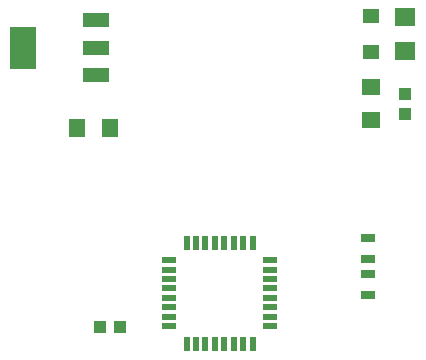
<source format=gtp>
G75*
G70*
%OFA0B0*%
%FSLAX24Y24*%
%IPPOS*%
%LPD*%
%AMOC8*
5,1,8,0,0,1.08239X$1,22.5*
%
%ADD10R,0.0500X0.0220*%
%ADD11R,0.0220X0.0500*%
%ADD12R,0.0472X0.0315*%
%ADD13R,0.0880X0.0480*%
%ADD14R,0.0866X0.1417*%
%ADD15R,0.0551X0.0630*%
%ADD16R,0.0433X0.0394*%
%ADD17R,0.0630X0.0551*%
%ADD18R,0.0394X0.0433*%
%ADD19R,0.0551X0.0472*%
%ADD20R,0.0709X0.0630*%
D10*
X007176Y009039D03*
X007176Y009354D03*
X007176Y009669D03*
X007176Y009984D03*
X007176Y010299D03*
X007176Y010614D03*
X007176Y010929D03*
X007176Y011243D03*
X010556Y011243D03*
X010556Y010929D03*
X010556Y010614D03*
X010556Y010299D03*
X010556Y009984D03*
X010556Y009669D03*
X010556Y009354D03*
X010556Y009039D03*
D11*
X009969Y008451D03*
X009654Y008451D03*
X009339Y008451D03*
X009024Y008451D03*
X008709Y008451D03*
X008394Y008451D03*
X008079Y008451D03*
X007764Y008451D03*
X007764Y011831D03*
X008079Y011831D03*
X008394Y011831D03*
X008709Y011831D03*
X009024Y011831D03*
X009339Y011831D03*
X009654Y011831D03*
X009969Y011831D03*
D12*
X013806Y011985D03*
X013806Y011277D03*
X013806Y010795D03*
X013806Y010087D03*
D13*
X004756Y017421D03*
X004756Y018331D03*
X004756Y019241D03*
D14*
X002316Y018331D03*
D15*
X004095Y015661D03*
X005197Y015661D03*
D16*
X004872Y009021D03*
X005541Y009021D03*
D17*
X013926Y015910D03*
X013926Y017012D03*
D18*
X015046Y016796D03*
X015046Y016126D03*
D19*
X013926Y018191D03*
X013926Y019372D03*
D20*
X015046Y019332D03*
X015046Y018230D03*
M02*

</source>
